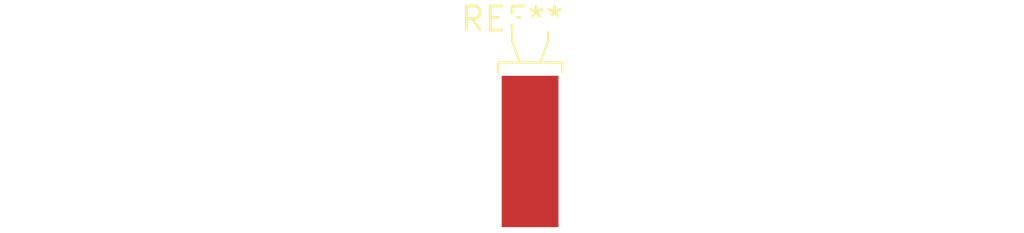
<source format=kicad_pcb>
(kicad_pcb (version 20240108) (generator pcbnew)
  (layers (0 "F.Cu" signal) (31 "B.Cu" signal) (34 "B.Paste" user) (35 "F.Paste" user) (36 "B.SilkS" user "B.Silkscreen") (37 "F.SilkS" user "F.Silkscreen") (38 "B.Mask" user) (39 "F.Mask" user) (44 "Edge.Cuts" user))
  (net 0 "")
  (footprint "Crystal_C38-LF_D3.0mm_L8.0mm_Horizontal_1EP_style1" (layer "F.Cu") (at 0 0)
    (property "Reference" "REF**")
    (property "Value" "Crystal_C38-LF_D3.0mm_L8.0mm_Horizontal_1EP_style1")
    (fp_line (start -0.75 2.3) (end 2.65 2.3) (layer "F.SilkS") (stroke (width 0.12)))
    (fp_line (start -0.75 2.8) (end -0.75 2.3) (layer "F.SilkS") (stroke (width 0.12)))
    (fp_line (start 0 1.15) (end 0 0.7) (layer "F.SilkS") (stroke (width 0.12)))
    (fp_line (start 0.405 2.3) (end 0 1.15) (layer "F.SilkS") (stroke (width 0.12)))
    (fp_line (start 1.495 2.3) (end 1.9 1.15) (layer "F.SilkS") (stroke (width 0.12)))
    (fp_line (start 1.9 1.15) (end 1.9 0.7) (layer "F.SilkS") (stroke (width 0.12)))
    (fp_line (start 2.65 2.3) (end 2.65 2.8) (layer "F.SilkS") (stroke (width 0.12)))
    (pad "1" thru_hole circle (at 0 0) (size 1 1) (drill 0.5) (layers *.Cu *.Mask) (remove_unused_layers))
    (pad "2" thru_hole circle (at 1.9 0) (size 1 1) (drill 0.5) (layers *.Cu *.Mask) (remove_unused_layers))
    (pad "3" smd rect (at 0.95 7) (size 3 8) (layers "F.Cu" "F.Paste" "F.Mask"))
  )
)
</source>
